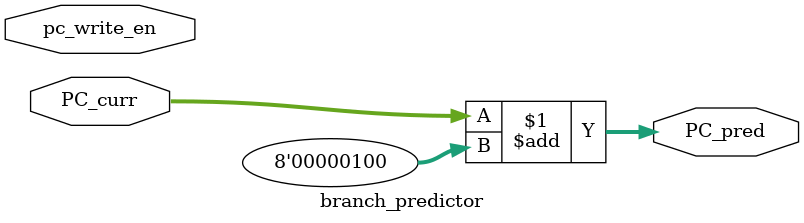
<source format=v>
module branch_predictor (
    input  wire        pc_write_en,
    input  wire [7:0]  PC_curr,
    output wire [7:0]  PC_pred
);
    // Ç×»ó PC+4 ¹ÝÈ¯ - not taken
    assign PC_pred = PC_curr + 8'd4;
endmodule
</source>
